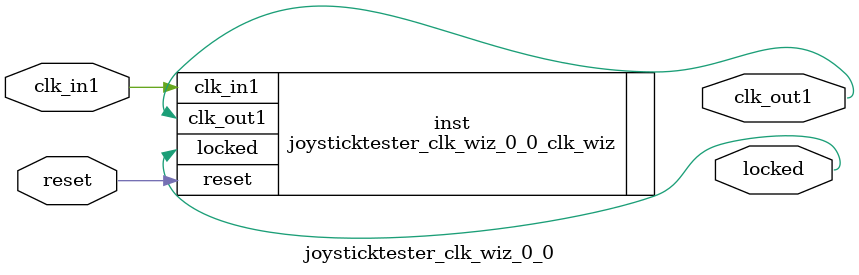
<source format=v>


`timescale 1ps/1ps

(* CORE_GENERATION_INFO = "joysticktester_clk_wiz_0_0,clk_wiz_v6_0_6_0_0,{component_name=joysticktester_clk_wiz_0_0,use_phase_alignment=true,use_min_o_jitter=false,use_max_i_jitter=false,use_dyn_phase_shift=false,use_inclk_switchover=false,use_dyn_reconfig=false,enable_axi=0,feedback_source=FDBK_AUTO,PRIMITIVE=MMCM,num_out_clk=1,clkin1_period=10.000,clkin2_period=10.000,use_power_down=false,use_reset=true,use_locked=true,use_inclk_stopped=false,feedback_type=SINGLE,CLOCK_MGR_TYPE=NA,manual_override=false}" *)

module joysticktester_clk_wiz_0_0 
 (
  // Clock out ports
  output        clk_out1,
  // Status and control signals
  input         reset,
  output        locked,
 // Clock in ports
  input         clk_in1
 );

  joysticktester_clk_wiz_0_0_clk_wiz inst
  (
  // Clock out ports  
  .clk_out1(clk_out1),
  // Status and control signals               
  .reset(reset), 
  .locked(locked),
 // Clock in ports
  .clk_in1(clk_in1)
  );

endmodule

</source>
